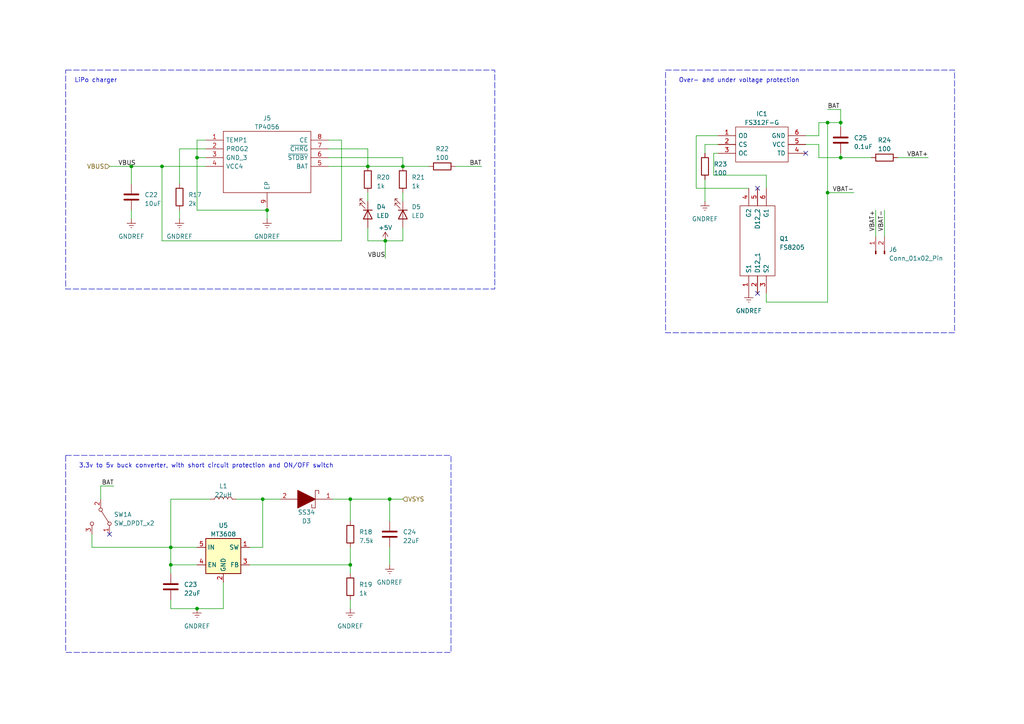
<source format=kicad_sch>
(kicad_sch (version 20230121) (generator eeschema)
  (paper "A4")
  (lib_symbols
    (symbol "Connector:Conn_01x02_Pin" (pin_names (offset 1.016) hide)
      (property "Reference" "J" (at 0 2.54 0))
      (property "Value" "Conn_01x02_Pin" (at 0 -5.08 0))
      (symbol "Conn_01x02_Pin_1_1"
        (polyline (pts (xy 1.27 -2.54) (xy 0.8636 -2.54)) (stroke (width 0.1524)))
        (polyline (pts (xy 1.27 0) (xy 0.8636 0)) (stroke (width 0.1524)))
        (rectangle (start 0.8636 -2.413) (end 0 -2.667) (stroke (width 0.1524)) (fill (type outline)))
        (rectangle (start 0.8636 0.127) (end 0 -0.127) (stroke (width 0.1524)) (fill (type outline)))
        (pin passive line (at 5.08 0 180) (length 3.81) (name "Pin_1") (number "1"))
        (pin passive line (at 5.08 -2.54 180) (length 3.81) (name "Pin_2") (number "2"))
      )
    )
    (symbol "Device:C" (pin_numbers hide) (pin_names (offset 0.254))
      (property "Reference" "C" (at 0.635 2.54 0))
      (property "Value" "C" (at 0.635 -2.54 0))
      (symbol "C_0_1"
        (polyline (pts (xy -2.032 -0.762) (xy 2.032 -0.762)) (stroke (width 0.508)))
        (polyline (pts (xy -2.032 0.762) (xy 2.032 0.762)) (stroke (width 0.508)))
      )
      (symbol "C_1_1"
        (pin passive line (at 0 3.81 270) (length 2.794) (name "~") (number "1"))
        (pin passive line (at 0 -3.81 90) (length 2.794) (name "~") (number "2"))
      )
    )
    (symbol "Device:L" (pin_numbers hide) (pin_names (offset 1.016) hide)
      (property "Reference" "L" (at -1.27 0 90))
      (property "Value" "L" (at 1.905 0 90))
      (symbol "L_0_1"
        (arc (start 0 -2.54) (mid 0.6323 -1.905) (end 0 -1.27))
        (arc (start 0 -1.27) (mid 0.6323 -0.635) (end 0 0))
        (arc (start 0 0) (mid 0.6323 0.635) (end 0 1.27))
        (arc (start 0 1.27) (mid 0.6323 1.905) (end 0 2.54))
      )
      (symbol "L_1_1"
        (pin passive line (at 0 3.81 270) (length 1.27) (name "1") (number "1"))
        (pin passive line (at 0 -3.81 90) (length 1.27) (name "2") (number "2"))
      )
    )
    (symbol "Device:LED" (pin_numbers hide) (pin_names (offset 1.016) hide)
      (property "Reference" "D" (at 0 2.54 0))
      (property "Value" "LED" (at 0 -2.54 0))
      (symbol "LED_0_1"
        (polyline (pts (xy -1.27 -1.27) (xy -1.27 1.27)) (stroke (width 0.254)))
        (polyline (pts (xy -1.27 0) (xy 1.27 0)))
        (polyline (pts (xy 1.27 -1.27) (xy 1.27 1.27) (xy -1.27 0) (xy 1.27 -1.27)) (stroke (width 0.254)))
        (polyline (pts (xy -3.048 -0.762) (xy -4.572 -2.286) (xy -3.81 -2.286) (xy -4.572 -2.286) (xy -4.572 -1.524)))
        (polyline (pts (xy -1.778 -0.762) (xy -3.302 -2.286) (xy -2.54 -2.286) (xy -3.302 -2.286) (xy -3.302 -1.524)))
      )
      (symbol "LED_1_1"
        (pin passive line (at -3.81 0 0) (length 2.54) (name "K") (number "1"))
        (pin passive line (at 3.81 0 180) (length 2.54) (name "A") (number "2"))
      )
    )
    (symbol "Device:R" (pin_numbers hide) (pin_names (offset 0))
      (property "Reference" "R" (at 2.032 0 90))
      (property "Value" "R" (at 0 0 90))
      (symbol "R_0_1"
        (rectangle (start -1.016 -2.54) (end 1.016 2.54) (stroke (width 0.254)))
      )
      (symbol "R_1_1"
        (pin passive line (at 0 3.81 270) (length 1.27) (name "~") (number "1"))
        (pin passive line (at 0 -3.81 90) (length 1.27) (name "~") (number "2"))
      )
    )
    (symbol "Regulator_Switching:MT3608"
      (property "Reference" "U" (at -2.54 8.89 0))
      (property "Value" "MT3608" (at -3.81 6.35 0))
      (symbol "MT3608_0_1"
        (rectangle (start -5.08 5.08) (end 5.08 -5.08) (stroke (width 0.254)) (fill (type background)))
      )
      (symbol "MT3608_1_1"
        (pin passive line (at 7.62 2.54 180) (length 2.54) (name "SW") (number "1"))
        (pin power_in line (at 0 -7.62 90) (length 2.54) (name "GND") (number "2"))
        (pin input line (at 7.62 -2.54 180) (length 2.54) (name "FB") (number "3"))
        (pin input line (at -7.62 -2.54 0) (length 2.54) (name "EN") (number "4"))
        (pin power_in line (at -7.62 2.54 0) (length 2.54) (name "IN") (number "5"))
        (pin no_connect line (at 5.08 0 180) (length 2.54) hide (name "NC") (number "6"))
      )
    )
    (symbol "SamacSys_Parts:FS312F-G" (pin_names (offset 0.762))
      (property "Reference" "IC" (at 21.59 7.62 0))
      (property "Value" "FS312F-G" (at 21.59 5.08 0))
      (symbol "FS312F-G_0_0"
        (pin passive line (at 0 0 0) (length 5.08) (name "OD") (number "1"))
        (pin passive line (at 0 -2.54 0) (length 5.08) (name "CS") (number "2"))
        (pin passive line (at 0 -5.08 0) (length 5.08) (name "OC") (number "3"))
        (pin passive line (at 25.4 -5.08 180) (length 5.08) (name "TD") (number "4"))
        (pin passive line (at 25.4 -2.54 180) (length 5.08) (name "VCC") (number "5"))
        (pin passive line (at 25.4 0 180) (length 5.08) (name "GND") (number "6"))
      )
      (symbol "FS312F-G_0_1"
        (polyline (pts (xy 5.08 2.54) (xy 20.32 2.54) (xy 20.32 -7.62) (xy 5.08 -7.62) (xy 5.08 2.54)) (stroke (width 0.1524)))
      )
    )
    (symbol "SamacSys_Parts:FS8205" (pin_names (offset 0.762))
      (property "Reference" "Q" (at 26.67 7.62 0))
      (property "Value" "FS8205" (at 26.67 5.08 0))
      (symbol "FS8205_0_0"
        (pin passive line (at 0 0 0) (length 5.08) (name "S1") (number "1"))
        (pin passive line (at 0 -2.54 0) (length 5.08) (name "D12_1") (number "2"))
        (pin passive line (at 0 -5.08 0) (length 5.08) (name "S2") (number "3"))
        (pin passive line (at 30.48 0 180) (length 5.08) (name "G2") (number "4"))
        (pin passive line (at 30.48 -2.54 180) (length 5.08) (name "D12_2") (number "5"))
        (pin passive line (at 30.48 -5.08 180) (length 5.08) (name "G1") (number "6"))
      )
      (symbol "FS8205_0_1"
        (polyline (pts (xy 5.08 2.54) (xy 25.4 2.54) (xy 25.4 -7.62) (xy 5.08 -7.62) (xy 5.08 2.54)) (stroke (width 0.1524)))
      )
    )
    (symbol "SamacSys_Parts:SS34" (pin_names (offset 0.762))
      (property "Reference" "D" (at 12.7 8.89 0))
      (property "Value" "SS34" (at 12.7 6.35 0))
      (symbol "SS34_0_0"
        (pin passive line (at 2.54 0 0) (length 2.54) (name "~") (number "1"))
        (pin passive line (at 17.78 0 180) (length 2.54) (name "~") (number "2"))
      )
      (symbol "SS34_0_1"
        (polyline (pts (xy 5.08 0) (xy 7.62 0)) (stroke (width 0.1524)))
        (polyline (pts (xy 7.62 2.54) (xy 7.62 -2.54)) (stroke (width 0.1524)))
        (polyline (pts (xy 12.7 0) (xy 15.24 0)) (stroke (width 0.1524)))
        (polyline (pts (xy 7.62 -2.54) (xy 6.604 -2.54) (xy 6.604 -1.524)) (stroke (width 0.1524)))
        (polyline (pts (xy 7.62 2.54) (xy 8.636 2.54) (xy 8.636 1.524)) (stroke (width 0.1524)))
        (polyline (pts (xy 7.62 0) (xy 12.7 2.54) (xy 12.7 -2.54) (xy 7.62 0)) (stroke (width 0.254)) (fill (type outline)))
      )
    )
    (symbol "SamacSys_Parts:TP4056" (pin_names (offset 0.762))
      (property "Reference" "J" (at 31.75 7.62 0))
      (property "Value" "TP4056" (at 31.75 5.08 0))
      (symbol "TP4056_0_0"
        (pin passive line (at 0 0 0) (length 5.08) (name "TEMP1") (number "1"))
        (pin passive line (at 0 -2.54 0) (length 5.08) (name "PROG2") (number "2"))
        (pin passive line (at 0 -5.08 0) (length 5.08) (name "GND_3") (number "3"))
        (pin passive line (at 0 -7.62 0) (length 5.08) (name "VCC4") (number "4"))
        (pin passive line (at 35.56 -7.62 180) (length 5.08) (name "BAT") (number "5"))
        (pin passive line (at 35.56 -5.08 180) (length 5.08) (name "~{STDBY}") (number "6"))
        (pin passive line (at 35.56 -2.54 180) (length 5.08) (name "~{CHRG}") (number "7"))
        (pin passive line (at 35.56 0 180) (length 5.08) (name "CE") (number "8"))
        (pin passive line (at 17.78 -20.32 90) (length 5.08) (name "EP") (number "9"))
      )
      (symbol "TP4056_0_1"
        (polyline (pts (xy 5.08 2.54) (xy 30.48 2.54) (xy 30.48 -15.24) (xy 5.08 -15.24) (xy 5.08 2.54)) (stroke (width 0.1524)))
      )
    )
    (symbol "Switch:SW_DPDT_x2" (pin_names (offset 0) hide)
      (property "Reference" "SW" (at 0 4.318 0))
      (property "Value" "SW_DPDT_x2" (at 0 -5.08 0))
      (symbol "SW_DPDT_x2_0_0"
        (circle (center -2.032 0) (radius 0.508))
        (circle (center 2.032 -2.54) (radius 0.508))
      )
      (symbol "SW_DPDT_x2_0_1"
        (polyline (pts (xy -1.524 0.254) (xy 1.651 2.286)))
        (circle (center 2.032 2.54) (radius 0.508))
      )
      (symbol "SW_DPDT_x2_1_1"
        (pin passive line (at 5.08 2.54 180) (length 2.54) (name "A") (number "1"))
        (pin passive line (at -5.08 0 0) (length 2.54) (name "B") (number "2"))
        (pin passive line (at 5.08 -2.54 180) (length 2.54) (name "C") (number "3"))
      )
      (symbol "SW_DPDT_x2_2_1"
        (pin passive line (at 5.08 2.54 180) (length 2.54) (name "A") (number "4"))
        (pin passive line (at -5.08 0 0) (length 2.54) (name "B") (number "5"))
        (pin passive line (at 5.08 -2.54 180) (length 2.54) (name "C") (number "6"))
      )
    )
    (symbol "power:+5V" (power) (pin_names (offset 0))
      (property "Value" "+5V" (at 0 3.556 0))
      (symbol "+5V_0_1"
        (polyline (pts (xy -0.762 1.27) (xy 0 2.54)))
        (polyline (pts (xy 0 0) (xy 0 2.54)))
        (polyline (pts (xy 0 2.54) (xy 0.762 1.27)))
      )
      (symbol "+5V_1_1"
        (pin power_in line (at 0 0 90) (length 0) hide (name "+5V") (number "1"))
      )
    )
    (symbol "power:GNDREF" (power) (pin_names (offset 0))
      (property "Value" "GNDREF" (at 0 -3.81 0))
      (symbol "GNDREF_0_1"
        (polyline (pts (xy -0.635 -1.905) (xy 0.635 -1.905)))
        (polyline (pts (xy -0.127 -2.54) (xy 0.127 -2.54)))
        (polyline (pts (xy 0 -1.27) (xy 0 0)))
        (polyline (pts (xy 1.27 -1.27) (xy -1.27 -1.27)))
      )
      (symbol "GNDREF_1_1"
        (pin power_in line (at 0 0 270) (length 0) hide (name "GNDREF") (number "1"))
      )
    )
  )
  (junction (at 38.1 48.26))
  (junction (at 101.6 163.83))
  (junction (at 113.03 144.78))
  (junction (at 76.2 144.78))
  (junction (at 243.84 45.72))
  (junction (at 57.15 176.53))
  (junction (at 240.03 55.88))
  (junction (at 49.53 163.83))
  (junction (at 46.99 48.26))
  (junction (at 240.03 35.56))
  (junction (at 101.6 144.78))
  (junction (at 116.84 48.26))
  (junction (at 77.47 60.96))
  (junction (at 49.53 158.75))
  (junction (at 111.76 69.85))
  (junction (at 243.84 35.56))
  (junction (at 57.15 45.72))
  (junction (at 106.68 48.26))
  (no_connect (at 219.71 54.61))
  (no_connect (at 233.68 44.45))
  (no_connect (at 31.75 154.94))
  (no_connect (at 219.71 85.09))
  (wire (pts (xy 76.2 158.75) (xy 76.2 144.78)))
  (wire (pts (xy 207.01 44.45) (xy 207.01 50.8)))
  (wire (pts (xy 208.28 39.37) (xy 201.93 39.37)))
  (wire (pts (xy 256.54 60.96) (xy 256.54 68.58)))
  (wire (pts (xy 26.67 158.75) (xy 49.53 158.75)))
  (wire (pts (xy 106.68 48.26) (xy 116.84 48.26)))
  (wire (pts (xy 208.28 44.45) (xy 207.01 44.45)))
  (wire (pts (xy 101.6 158.75) (xy 101.6 163.83)))
  (wire (pts (xy 240.03 31.75) (xy 243.84 31.75)))
  (wire (pts (xy 49.53 144.78) (xy 49.53 158.75)))
  (wire (pts (xy 26.67 154.94) (xy 26.67 158.75)))
  (wire (pts (xy 57.15 45.72) (xy 57.15 60.96)))
  (wire (pts (xy 95.25 43.18) (xy 106.68 43.18)))
  (wire (pts (xy 101.6 144.78) (xy 101.6 151.13)))
  (wire (pts (xy 57.15 176.53) (xy 49.53 176.53)))
  (wire (pts (xy 46.99 69.85) (xy 46.99 48.26)))
  (wire (pts (xy 233.68 39.37) (xy 237.49 39.37)))
  (wire (pts (xy 57.15 60.96) (xy 77.47 60.96)))
  (wire (pts (xy 111.76 74.93) (xy 111.76 69.85)))
  (wire (pts (xy 132.08 48.26) (xy 139.7 48.26)))
  (wire (pts (xy 113.03 144.78) (xy 101.6 144.78)))
  (wire (pts (xy 201.93 39.37) (xy 201.93 54.61)))
  (wire (pts (xy 72.39 163.83) (xy 101.6 163.83)))
  (wire (pts (xy 64.77 168.91) (xy 64.77 176.53)))
  (wire (pts (xy 111.76 69.85) (xy 116.84 69.85)))
  (wire (pts (xy 33.02 140.97) (xy 29.21 140.97)))
  (wire (pts (xy 96.52 144.78) (xy 101.6 144.78)))
  (wire (pts (xy 237.49 45.72) (xy 243.84 45.72)))
  (wire (pts (xy 106.68 69.85) (xy 111.76 69.85)))
  (wire (pts (xy 76.2 144.78) (xy 81.28 144.78)))
  (wire (pts (xy 204.47 52.07) (xy 204.47 58.42)))
  (wire (pts (xy 99.06 40.64) (xy 99.06 69.85)))
  (wire (pts (xy 116.84 55.88) (xy 116.84 58.42)))
  (wire (pts (xy 57.15 40.64) (xy 57.15 45.72)))
  (wire (pts (xy 101.6 166.37) (xy 101.6 163.83)))
  (wire (pts (xy 254 60.96) (xy 254 68.58)))
  (wire (pts (xy 237.49 35.56) (xy 240.03 35.56)))
  (wire (pts (xy 49.53 158.75) (xy 57.15 158.75)))
  (wire (pts (xy 57.15 163.83) (xy 49.53 163.83)))
  (wire (pts (xy 38.1 60.96) (xy 38.1 63.5)))
  (wire (pts (xy 106.68 55.88) (xy 106.68 58.42)))
  (wire (pts (xy 240.03 55.88) (xy 240.03 87.63)))
  (wire (pts (xy 77.47 63.5) (xy 77.47 60.96)))
  (wire (pts (xy 60.96 144.78) (xy 49.53 144.78)))
  (wire (pts (xy 243.84 45.72) (xy 243.84 44.45)))
  (wire (pts (xy 204.47 41.91) (xy 204.47 44.45)))
  (wire (pts (xy 64.77 176.53) (xy 57.15 176.53)))
  (wire (pts (xy 113.03 144.78) (xy 116.84 144.78)))
  (wire (pts (xy 113.03 158.75) (xy 113.03 163.83)))
  (wire (pts (xy 116.84 48.26) (xy 124.46 48.26)))
  (wire (pts (xy 29.21 140.97) (xy 29.21 144.78)))
  (wire (pts (xy 95.25 48.26) (xy 106.68 48.26)))
  (wire (pts (xy 233.68 41.91) (xy 237.49 41.91)))
  (wire (pts (xy 99.06 69.85) (xy 46.99 69.85)))
  (wire (pts (xy 72.39 158.75) (xy 76.2 158.75)))
  (wire (pts (xy 113.03 144.78) (xy 113.03 151.13)))
  (wire (pts (xy 95.25 45.72) (xy 116.84 45.72)))
  (wire (pts (xy 222.25 85.09) (xy 222.25 87.63)))
  (wire (pts (xy 38.1 48.26) (xy 38.1 53.34)))
  (wire (pts (xy 116.84 69.85) (xy 116.84 66.04)))
  (wire (pts (xy 46.99 48.26) (xy 59.69 48.26)))
  (wire (pts (xy 57.15 45.72) (xy 59.69 45.72)))
  (wire (pts (xy 106.68 66.04) (xy 106.68 69.85)))
  (wire (pts (xy 106.68 43.18) (xy 106.68 48.26)))
  (wire (pts (xy 240.03 35.56) (xy 243.84 35.56)))
  (wire (pts (xy 208.28 41.91) (xy 204.47 41.91)))
  (wire (pts (xy 243.84 31.75) (xy 243.84 35.56)))
  (wire (pts (xy 260.35 45.72) (xy 269.24 45.72)))
  (wire (pts (xy 49.53 166.37) (xy 49.53 163.83)))
  (wire (pts (xy 222.25 87.63) (xy 240.03 87.63)))
  (wire (pts (xy 116.84 45.72) (xy 116.84 48.26)))
  (wire (pts (xy 252.73 45.72) (xy 243.84 45.72)))
  (wire (pts (xy 31.75 48.26) (xy 38.1 48.26)))
  (wire (pts (xy 52.07 53.34) (xy 52.07 43.18)))
  (wire (pts (xy 247.65 55.88) (xy 240.03 55.88)))
  (wire (pts (xy 207.01 50.8) (xy 222.25 50.8)))
  (wire (pts (xy 101.6 176.53) (xy 101.6 173.99)))
  (wire (pts (xy 237.49 41.91) (xy 237.49 45.72)))
  (wire (pts (xy 49.53 176.53) (xy 49.53 173.99)))
  (wire (pts (xy 237.49 39.37) (xy 237.49 35.56)))
  (wire (pts (xy 52.07 60.96) (xy 52.07 63.5)))
  (wire (pts (xy 243.84 35.56) (xy 243.84 36.83)))
  (wire (pts (xy 49.53 163.83) (xy 49.53 158.75)))
  (wire (pts (xy 57.15 40.64) (xy 59.69 40.64)))
  (wire (pts (xy 222.25 50.8) (xy 222.25 54.61)))
  (wire (pts (xy 95.25 40.64) (xy 99.06 40.64)))
  (wire (pts (xy 240.03 35.56) (xy 240.03 55.88)))
  (wire (pts (xy 68.58 144.78) (xy 76.2 144.78)))
  (wire (pts (xy 201.93 54.61) (xy 217.17 54.61)))
  (wire (pts (xy 38.1 48.26) (xy 46.99 48.26)))
  (wire (pts (xy 52.07 43.18) (xy 59.69 43.18)))
  (rectangle (start 193.04 20.32) (end 276.86 96.52) (stroke (width 0) (type dash)))
  (rectangle (start 19.05 20.32) (end 143.51 83.82) (stroke (width 0) (type dash)))
  (rectangle (start 19.05 132.08) (end 130.81 189.23) (stroke (width 0) (type dash)))
  (text "Over- and under voltage protection" (at 196.85 24.13 0) (effects (font (size 1.27 1.27)) (justify left bottom)))
  (text "3.3v to 5v buck converter, with short circuit protection and ON/OFF switch" (at 22.86 135.89 0) (effects (font (size 1.27 1.27)) (justify left bottom)))
  (text "LiPo charger" (at 21.59 24.13 0) (effects (font (size 1.27 1.27)) (justify left bottom)))
  (label "BAT" (at 139.7 48.26 180))
  (label "VBAT-" (at 247.65 55.88 180))
  (label "VBUS" (at 34.29 48.26 0))
  (label "BAT" (at 33.02 140.97 180))
  (label "VBAT-" (at 256.54 60.96 270))
  (label "BAT" (at 240.03 31.75 0))
  (label "VBAT+" (at 254 60.96 270))
  (label "VBAT+" (at 269.24 45.72 180))
  (label "VBUS" (at 111.76 74.93 180))
  (hierarchical_label "VBUS" (shape input) (at 31.75 48.26 180))
  (hierarchical_label "VSYS" (shape input) (at 116.84 144.78 0))
  (symbol (lib_id "Switch:SW_DPDT_x2") (at 29.21 149.86 270) (unit 1)
    (property "Reference" "SW1" (at 33.02 149.225 90) (effects (justify left)))
    (property "Value" "SW_DPDT_x2" (at 33.02 151.765 90) (effects (justify left)))
    (property "Footprint" "Button_Switch_THT:SW_CuK_JS202011AQN_DPDT_Angled" (effects hide))
  )
  (symbol (lib_id "Regulator_Switching:MT3608") (at 64.77 161.29 0) (unit 1)
    (property "Reference" "U5" (at 64.77 152.4 0))
    (property "Value" "MT3608" (at 64.77 154.94 0))
    (property "Footprint" "Package_TO_SOT_SMD:SOT-23-6" (effects hide))
    (property "Datasheet" "https://www.olimex.com/Products/Breadboarding/BB-PWR-3608/resources/MT3608.pdf" (effects hide))
  )
  (symbol (lib_id "SamacSys_Parts:SS34") (at 99.06 144.78 180) (unit 1)
    (property "Reference" "D3" (at 88.9 151.13 0))
    (property "Value" "SS34" (at 88.9 148.59 0))
    (property "Footprint" "DIOM7959X262N" (effects hide))
    (property "Datasheet" "https://componentsearchengine.com/Datasheets/1/SS34.pdf" (effects hide))
    (property "Description" "TAIWAN SEMICONDUCTOR - SS34 - DIODE, SCHOTTKY, 3A, 40V" (effects hide))
    (property "Height" "2.62" (effects hide))
    (property "Manufacturer_Name" "Taiwan Semiconductor" (effects hide))
    (property "Manufacturer_Part_Number" "SS34" (effects hide))
    (property "Mouser Part Number" "821-SS34" (effects hide))
    (property "Mouser Price/Stock" "https://www.mouser.co.uk/ProductDetail/Taiwan-Semiconductor/SS34?qs=JV7lzlMm3yIimVqgKV%2F1SA%3D%3D" (effects hide))
    (property "Arrow Part Number" "SS34" (effects hide))
    (property "Arrow Price/Stock" "https://www.arrow.com/en/products/ss34/taiwan-semiconductor?region=nac" (effects hide))
  )
  (symbol (lib_id "Device:R") (at 204.47 48.26 0) (unit 1)
    (property "Reference" "R23" (at 207.01 47.625 0) (effects (justify left)))
    (property "Value" "100" (at 207.01 50.165 0) (effects (justify left)))
    (property "Footprint" "Resistor_SMD:R_0603_1608Metric_Pad0.98x0.95mm_HandSolder" (effects hide))
  )
  (symbol (lib_id "power:GNDREF") (at 101.6 176.53 0) (unit 1)
    (property "Reference" "#PWR051" (effects hide))
    (property "Value" "GNDREF" (at 101.6 181.61 0))
  )
  (symbol (lib_id "power:+5V") (at 111.76 69.85 0) (unit 1)
    (property "Reference" "#PWR056" (effects hide))
    (property "Value" "+5V" (at 111.76 66.04 0))
  )
  (symbol (lib_id "SamacSys_Parts:FS8205") (at 217.17 85.09 90) (unit 1)
    (property "Reference" "Q1" (at 226.06 69.215 90) (effects (justify right)))
    (property "Value" "FS8205" (at 226.06 71.755 90) (effects (justify right)))
    (property "Footprint" "FS8205" (effects hide))
    (property "Datasheet" "https://www.ic-fortune.com/upload/Download/FS8205-DS-19_EN.pdf" (effects hide))
    (property "Description" "DUAL N-CHANNEL ENHANCEMENT MODE POWER MOFSET" (effects hide))
    (property "Height" "1" (effects hide))
    (property "Manufacturer_Name" "Fortune Semiconductor Corporation" (effects hide))
    (property "Manufacturer_Part_Number" "FS8205" (effects hide))
  )
  (symbol (lib_id "Device:R") (at 106.68 52.07 180) (unit 1)
    (property "Reference" "R20" (at 109.22 51.435 0) (effects (justify right)))
    (property "Value" "1k" (at 109.22 53.975 0) (effects (justify right)))
    (property "Footprint" "Resistor_SMD:R_0603_1608Metric_Pad0.98x0.95mm_HandSolder" (effects hide))
  )
  (symbol (lib_id "power:GNDREF") (at 52.07 63.5 0) (unit 1)
    (property "Reference" "#PWR048" (effects hide))
    (property "Value" "GNDREF" (at 52.07 68.58 0))
  )
  (symbol (lib_id "Device:R") (at 52.07 57.15 180) (unit 1)
    (property "Reference" "R17" (at 54.61 56.515 0) (effects (justify right)))
    (property "Value" "2k" (at 54.61 59.055 0) (effects (justify right)))
    (property "Footprint" "Resistor_SMD:R_0603_1608Metric_Pad0.98x0.95mm_HandSolder" (effects hide))
  )
  (symbol (lib_id "power:GNDREF") (at 38.1 63.5 0) (unit 1)
    (property "Reference" "#PWR047" (effects hide))
    (property "Value" "GNDREF" (at 38.1 68.58 0))
  )
  (symbol (lib_id "Device:R") (at 116.84 52.07 180) (unit 1)
    (property "Reference" "R21" (at 119.38 51.435 0) (effects (justify right)))
    (property "Value" "1k" (at 119.38 53.975 0) (effects (justify right)))
    (property "Footprint" "Resistor_SMD:R_0603_1608Metric_Pad0.98x0.95mm_HandSolder" (effects hide))
  )
  (symbol (lib_id "SamacSys_Parts:TP4056") (at 59.69 40.64 0) (unit 1)
    (property "Reference" "J5" (at 77.47 34.29 0))
    (property "Value" "TP4056" (at 77.47 36.83 0))
    (property "Footprint" "SOIC127P600X175-9N" (effects hide))
    (property "Datasheet" "https://dlnmh9ip6v2uc.cloudfront.net/datasheets/Prototyping/TP4056.pdf" (effects hide))
    (property "Description" "1A Standalone Linear Li-lon Battery Charger, SOP-8" (effects hide))
    (property "Height" "1.75" (effects hide))
    (property "Manufacturer_Name" "NanJing Top Power" (effects hide))
    (property "Manufacturer_Part_Number" "TP4056" (effects hide))
  )
  (symbol (lib_id "Device:C") (at 49.53 170.18 0) (unit 1)
    (property "Reference" "C23" (at 53.34 169.545 0) (effects (justify left)))
    (property "Value" "22uF" (at 53.34 172.085 0) (effects (justify left)))
    (property "Footprint" "Capacitor_SMD:C_1206_3216Metric_Pad1.33x1.80mm_HandSolder" (effects hide))
  )
  (symbol (lib_id "Device:R") (at 128.27 48.26 270) (unit 1)
    (property "Reference" "R22" (at 128.27 43.18 90))
    (property "Value" "100" (at 128.27 45.72 90))
    (property "Footprint" "Resistor_SMD:R_0603_1608Metric_Pad0.98x0.95mm_HandSolder" (effects hide))
  )
  (symbol (lib_id "SamacSys_Parts:FS312F-G") (at 208.28 39.37 0) (unit 1)
    (property "Reference" "IC1" (at 220.98 33.02 0))
    (property "Value" "FS312F-G" (at 220.98 35.56 0))
    (property "Footprint" "SOT95P280X145-6N" (effects hide))
    (property "Datasheet" "https://www.ic-fortune.com/upload/Download/FS312F-G-DS-12_EN.pdf" (effects hide))
    (property "Description" "One Cell Lithium-ion/Polymer Battery Protection IC" (effects hide))
    (property "Height" "1.45" (effects hide))
    (property "Manufacturer_Name" "Fortune Semiconductor Corporation" (effects hide))
    (property "Manufacturer_Part_Number" "FS312F-G" (effects hide))
  )
  (symbol (lib_id "Device:L") (at 64.77 144.78 90) (unit 1)
    (property "Reference" "L1" (at 64.77 140.97 90))
    (property "Value" "22uH" (at 64.77 143.51 90))
    (property "Footprint" "Inductor_SMD:L_1008_2520Metric" (effects hide))
  )
  (symbol (lib_id "Device:R") (at 101.6 154.94 180) (unit 1)
    (property "Reference" "R18" (at 104.14 154.305 0) (effects (justify right)))
    (property "Value" "7.5k" (at 104.14 156.845 0) (effects (justify right)))
    (property "Footprint" "Resistor_SMD:R_0603_1608Metric_Pad0.98x0.95mm_HandSolder" (effects hide))
  )
  (symbol (lib_id "Connector:Conn_01x02_Pin") (at 254 73.66 90) (unit 1)
    (property "Reference" "J6" (at 257.81 72.39 90) (effects (justify right)))
    (property "Value" "Conn_01x02_Pin" (at 257.81 74.93 90) (effects (justify right)))
  )
  (symbol (lib_id "power:GNDREF") (at 204.47 58.42 0) (unit 1)
    (property "Reference" "#PWR053" (effects hide))
    (property "Value" "GNDREF" (at 204.47 63.5 0))
  )
  (symbol (lib_id "power:GNDREF") (at 57.15 176.53 0) (unit 1)
    (property "Reference" "#PWR049" (effects hide))
    (property "Value" "GNDREF" (at 57.15 181.61 0))
  )
  (symbol (lib_id "Device:R") (at 101.6 170.18 180) (unit 1)
    (property "Reference" "R19" (at 104.14 169.545 0) (effects (justify right)))
    (property "Value" "1k" (at 104.14 172.085 0) (effects (justify right)))
    (property "Footprint" "Resistor_SMD:R_0603_1608Metric_Pad0.98x0.95mm_HandSolder" (effects hide))
  )
  (symbol (lib_id "Device:C") (at 243.84 40.64 0) (unit 1)
    (property "Reference" "C25" (at 247.65 40.005 0) (effects (justify left)))
    (property "Value" "0.1uF" (at 247.65 42.545 0) (effects (justify left)))
    (property "Footprint" "Capacitor_SMD:C_0603_1608Metric_Pad1.08x0.95mm_HandSolder" (effects hide))
  )
  (symbol (lib_id "Device:C") (at 113.03 154.94 0) (unit 1)
    (property "Reference" "C24" (at 116.84 154.305 0) (effects (justify left)))
    (property "Value" "22uF" (at 116.84 156.845 0) (effects (justify left)))
    (property "Footprint" "Capacitor_SMD:C_1206_3216Metric_Pad1.33x1.80mm_HandSolder" (effects hide))
  )
  (symbol (lib_id "power:GNDREF") (at 113.03 163.83 0) (unit 1)
    (property "Reference" "#PWR052" (effects hide))
    (property "Value" "GNDREF" (at 113.03 168.91 0))
  )
  (symbol (lib_id "power:GNDREF") (at 217.17 85.09 0) (unit 1)
    (property "Reference" "#PWR054" (effects hide))
    (property "Value" "GNDREF" (at 217.17 90.17 0))
  )
  (symbol (lib_id "Device:LED") (at 116.84 62.23 270) (unit 1)
    (property "Reference" "D5" (at 119.38 60.0075 90) (effects (justify left)))
    (property "Value" "LED" (at 119.38 62.5475 90) (effects (justify left)))
    (property "Footprint" "LED_SMD:LED_0805_2012Metric_Pad1.15x1.40mm_HandSolder" (effects hide))
  )
  (symbol (lib_id "Device:R") (at 256.54 45.72 270) (unit 1)
    (property "Reference" "R24" (at 256.54 40.64 90))
    (property "Value" "100" (at 256.54 43.18 90))
    (property "Footprint" "Resistor_SMD:R_0603_1608Metric_Pad0.98x0.95mm_HandSolder" (effects hide))
  )
  (symbol (lib_id "power:GNDREF") (at 77.47 63.5 0) (unit 1)
    (property "Reference" "#PWR050" (effects hide))
    (property "Value" "GNDREF" (at 77.47 68.58 0))
  )
  (symbol (lib_id "Device:C") (at 38.1 57.15 0) (unit 1)
    (property "Reference" "C22" (at 41.91 56.515 0) (effects (justify left)))
    (property "Value" "10uF" (at 41.91 59.055 0) (effects (justify left)))
    (property "Footprint" "Capacitor_SMD:C_1206_3216Metric_Pad1.33x1.80mm_HandSolder" (effects hide))
  )
  (symbol (lib_id "Device:LED") (at 106.68 62.23 270) (unit 1)
    (property "Reference" "D4" (at 109.22 60.0075 90) (effects (justify left)))
    (property "Value" "LED" (at 109.22 62.5475 90) (effects (justify left)))
    (property "Footprint" "LED_SMD:LED_0805_2012Metric_Pad1.15x1.40mm_HandSolder" (effects hide))
  )
)
</source>
